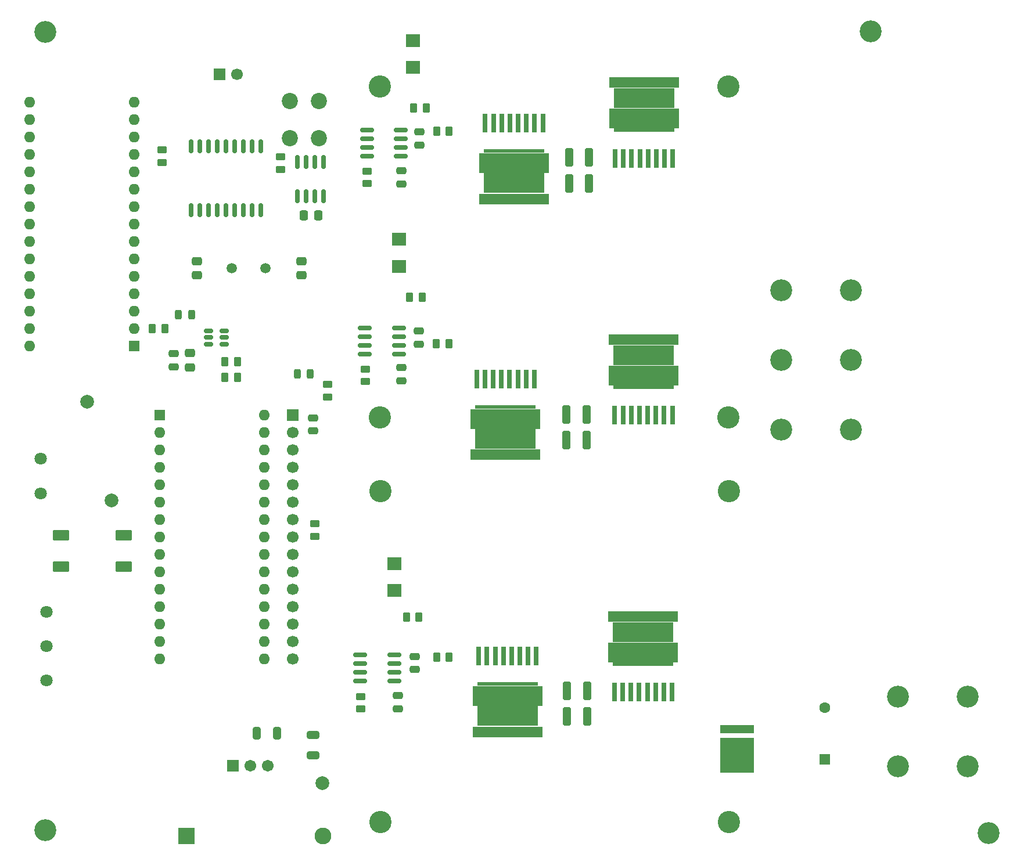
<source format=gts>
G04 #@! TF.GenerationSoftware,KiCad,Pcbnew,9.0.4*
G04 #@! TF.CreationDate,2025-10-24T08:47:37-07:00*
G04 #@! TF.ProjectId,Urban MC,55726261-6e20-44d4-932e-6b696361645f,rev?*
G04 #@! TF.SameCoordinates,Original*
G04 #@! TF.FileFunction,Soldermask,Top*
G04 #@! TF.FilePolarity,Negative*
%FSLAX46Y46*%
G04 Gerber Fmt 4.6, Leading zero omitted, Abs format (unit mm)*
G04 Created by KiCad (PCBNEW 9.0.4) date 2025-10-24 08:47:37*
%MOMM*%
%LPD*%
G01*
G04 APERTURE LIST*
G04 Aperture macros list*
%AMRoundRect*
0 Rectangle with rounded corners*
0 $1 Rounding radius*
0 $2 $3 $4 $5 $6 $7 $8 $9 X,Y pos of 4 corners*
0 Add a 4 corners polygon primitive as box body*
4,1,4,$2,$3,$4,$5,$6,$7,$8,$9,$2,$3,0*
0 Add four circle primitives for the rounded corners*
1,1,$1+$1,$2,$3*
1,1,$1+$1,$4,$5*
1,1,$1+$1,$6,$7*
1,1,$1+$1,$8,$9*
0 Add four rect primitives between the rounded corners*
20,1,$1+$1,$2,$3,$4,$5,0*
20,1,$1+$1,$4,$5,$6,$7,0*
20,1,$1+$1,$6,$7,$8,$9,0*
20,1,$1+$1,$8,$9,$2,$3,0*%
G04 Aperture macros list end*
%ADD10RoundRect,0.250000X0.475000X-0.250000X0.475000X0.250000X-0.475000X0.250000X-0.475000X-0.250000X0*%
%ADD11RoundRect,0.250000X-0.450000X0.262500X-0.450000X-0.262500X0.450000X-0.262500X0.450000X0.262500X0*%
%ADD12C,1.803400*%
%ADD13RoundRect,0.250000X-0.262500X-0.450000X0.262500X-0.450000X0.262500X0.450000X-0.262500X0.450000X0*%
%ADD14R,2.159000X1.955800*%
%ADD15C,1.500000*%
%ADD16C,3.204000*%
%ADD17RoundRect,0.250000X-0.325000X-1.100000X0.325000X-1.100000X0.325000X1.100000X-0.325000X1.100000X0*%
%ADD18RoundRect,0.250000X-0.337500X-0.475000X0.337500X-0.475000X0.337500X0.475000X-0.337500X0.475000X0*%
%ADD19C,3.200000*%
%ADD20R,1.600000X1.600000*%
%ADD21O,1.600000X1.600000*%
%ADD22R,1.700000X1.700000*%
%ADD23C,1.700000*%
%ADD24RoundRect,0.102000X0.700000X-0.700000X0.700000X0.700000X-0.700000X0.700000X-0.700000X-0.700000X0*%
%ADD25C,1.604000*%
%ADD26RoundRect,0.250000X-0.475000X0.250000X-0.475000X-0.250000X0.475000X-0.250000X0.475000X0.250000X0*%
%ADD27RoundRect,0.150000X-0.825000X-0.150000X0.825000X-0.150000X0.825000X0.150000X-0.825000X0.150000X0*%
%ADD28C,2.000000*%
%ADD29RoundRect,0.150000X0.150000X-0.875000X0.150000X0.875000X-0.150000X0.875000X-0.150000X-0.875000X0*%
%ADD30R,0.800000X2.800000*%
%ADD31R,8.900000X0.600000*%
%ADD32R,10.200000X2.900000*%
%ADD33R,8.900000X2.950000*%
%ADD34R,10.200000X1.650000*%
%ADD35C,3.250000*%
%ADD36RoundRect,0.102000X1.050000X0.700000X-1.050000X0.700000X-1.050000X-0.700000X1.050000X-0.700000X0*%
%ADD37RoundRect,0.243750X0.243750X0.456250X-0.243750X0.456250X-0.243750X-0.456250X0.243750X-0.456250X0*%
%ADD38RoundRect,0.150000X0.150000X-0.825000X0.150000X0.825000X-0.150000X0.825000X-0.150000X-0.825000X0*%
%ADD39RoundRect,0.250000X0.450000X-0.262500X0.450000X0.262500X-0.450000X0.262500X-0.450000X-0.262500X0*%
%ADD40R,4.930000X1.190000*%
%ADD41R,4.930000X5.040000*%
%ADD42RoundRect,0.250000X0.650000X-0.325000X0.650000X0.325000X-0.650000X0.325000X-0.650000X-0.325000X0*%
%ADD43RoundRect,0.250000X-0.475000X0.337500X-0.475000X-0.337500X0.475000X-0.337500X0.475000X0.337500X0*%
%ADD44RoundRect,0.150000X-0.512500X-0.150000X0.512500X-0.150000X0.512500X0.150000X-0.512500X0.150000X0*%
%ADD45RoundRect,0.250000X0.475000X-0.337500X0.475000X0.337500X-0.475000X0.337500X-0.475000X-0.337500X0*%
%ADD46C,2.454000*%
%ADD47RoundRect,0.102000X-1.125000X-1.125000X1.125000X-1.125000X1.125000X1.125000X-1.125000X1.125000X0*%
%ADD48RoundRect,0.250000X-0.325000X-0.650000X0.325000X-0.650000X0.325000X0.650000X-0.325000X0.650000X0*%
%ADD49RoundRect,0.243750X-0.243750X-0.456250X0.243750X-0.456250X0.243750X0.456250X-0.243750X0.456250X0*%
%ADD50C,2.362200*%
%ADD51RoundRect,0.102000X-0.754000X-0.754000X0.754000X-0.754000X0.754000X0.754000X-0.754000X0.754000X0*%
%ADD52C,1.712000*%
G04 APERTURE END LIST*
D10*
X148930000Y-55050000D03*
X148930000Y-53150000D03*
D11*
X143600000Y-82067500D03*
X143600000Y-83892500D03*
D12*
X97155000Y-127508000D03*
X97155000Y-122508000D03*
X97155000Y-117508000D03*
D13*
X154027500Y-124110000D03*
X155852500Y-124110000D03*
D11*
X131267200Y-51106700D03*
X131267200Y-52931700D03*
D14*
X147890000Y-114362700D03*
X147890000Y-110425700D03*
D15*
X124161086Y-67335400D03*
X129041086Y-67335400D03*
D16*
X221280000Y-139982500D03*
X231440000Y-139982500D03*
X221280000Y-129822500D03*
X231440000Y-129822500D03*
D10*
X148390000Y-131600000D03*
X148390000Y-129700000D03*
D17*
X173327800Y-51155600D03*
X176277800Y-51155600D03*
D18*
X134674700Y-59690000D03*
X136749700Y-59690000D03*
D17*
X172921400Y-88696800D03*
X175871400Y-88696800D03*
D19*
X97028000Y-149352000D03*
D20*
X109982000Y-78740000D03*
D21*
X109982000Y-76200000D03*
X109982000Y-73660000D03*
X109982000Y-71120000D03*
X109982000Y-68580000D03*
X109982000Y-66040000D03*
X109982000Y-63500000D03*
X109982000Y-60960000D03*
X109982000Y-58420000D03*
X109982000Y-55880000D03*
X109982000Y-53340000D03*
X109982000Y-50800000D03*
X109982000Y-48260000D03*
X109982000Y-45720000D03*
X109982000Y-43180000D03*
X94742000Y-43180000D03*
X94742000Y-45720000D03*
X94742000Y-48260000D03*
X94742000Y-50800000D03*
X94742000Y-53340000D03*
X94742000Y-55880000D03*
X94742000Y-58420000D03*
X94742000Y-60960000D03*
X94742000Y-63500000D03*
X94742000Y-66040000D03*
X94742000Y-68580000D03*
X94742000Y-71120000D03*
X94742000Y-73660000D03*
X94742000Y-76200000D03*
X94742000Y-78740000D03*
D13*
X154007500Y-78320000D03*
X155832500Y-78320000D03*
D17*
X172972200Y-92456000D03*
X175922200Y-92456000D03*
D22*
X122372200Y-39081400D03*
D23*
X124912200Y-39081400D03*
D24*
X210616800Y-138988800D03*
D25*
X210616800Y-131488800D03*
D26*
X136017000Y-89159000D03*
X136017000Y-91059000D03*
D19*
X217284191Y-32790338D03*
D10*
X151490000Y-49370000D03*
X151490000Y-47470000D03*
D19*
X97028000Y-32893000D03*
D27*
X143585000Y-76090000D03*
X143585000Y-77360000D03*
X143585000Y-78630000D03*
X143585000Y-79900000D03*
X148535000Y-79900000D03*
X148535000Y-78630000D03*
X148535000Y-77360000D03*
X148535000Y-76090000D03*
D28*
X103073200Y-86817200D03*
D29*
X118211600Y-58904400D03*
X119481600Y-58904400D03*
X120751600Y-58904400D03*
X122021600Y-58904400D03*
X123291600Y-58904400D03*
X124561600Y-58904400D03*
X125831600Y-58904400D03*
X127101600Y-58904400D03*
X128371600Y-58904400D03*
X128371600Y-49604400D03*
X127101600Y-49604400D03*
X125831600Y-49604400D03*
X124561600Y-49604400D03*
X123291600Y-49604400D03*
X122021600Y-49604400D03*
X120751600Y-49604400D03*
X119481600Y-49604400D03*
X118211600Y-49604400D03*
D30*
X180000800Y-88814400D03*
X181200800Y-88814400D03*
X182400800Y-88814400D03*
X183600800Y-88814400D03*
X184800800Y-88814400D03*
X186000800Y-88814400D03*
X187200800Y-88814400D03*
X188400800Y-88814400D03*
D31*
X184200800Y-84734400D03*
D32*
X184200800Y-82985400D03*
D33*
X184200800Y-80060400D03*
D34*
X184200800Y-77760400D03*
D35*
X145810000Y-99850000D03*
X145810000Y-148110000D03*
X196610000Y-99850000D03*
X196610000Y-148110000D03*
D17*
X173327800Y-54965600D03*
X176277800Y-54965600D03*
D27*
X142895000Y-123760000D03*
X142895000Y-125030000D03*
X142895000Y-126300000D03*
X142895000Y-127570000D03*
X147845000Y-127570000D03*
X147845000Y-126300000D03*
X147845000Y-125030000D03*
X147845000Y-123760000D03*
D16*
X204304791Y-90905538D03*
X214464791Y-90905538D03*
X204304791Y-80745538D03*
X214464791Y-80745538D03*
X204304791Y-70585538D03*
X214464791Y-70585538D03*
D13*
X149627500Y-118280000D03*
X151452500Y-118280000D03*
D28*
X106629200Y-101244400D03*
D13*
X123166500Y-83312000D03*
X124991500Y-83312000D03*
D36*
X108410600Y-110835000D03*
X99310600Y-110835000D03*
X108410600Y-106335000D03*
X99310600Y-106335000D03*
D35*
X145800000Y-40890000D03*
X145800000Y-89150000D03*
X196600000Y-40890000D03*
X196600000Y-89150000D03*
D30*
X168275761Y-83501468D03*
X167075761Y-83501468D03*
X165875761Y-83501468D03*
X164675761Y-83501468D03*
X163475761Y-83501468D03*
X162275761Y-83501468D03*
X161075761Y-83501468D03*
X159875761Y-83501468D03*
D31*
X164075761Y-87581468D03*
D32*
X164075761Y-89330468D03*
D33*
X164075761Y-92255468D03*
D34*
X164075761Y-94555468D03*
D14*
X150610000Y-38098500D03*
X150610000Y-34161500D03*
D22*
X133096000Y-88798400D03*
D23*
X133096000Y-91338400D03*
X133096000Y-93878400D03*
X133096000Y-96418400D03*
X133096000Y-98958400D03*
X133096000Y-101498400D03*
X133096000Y-104038400D03*
X133096000Y-106578400D03*
X133096000Y-109118400D03*
X133096000Y-111658400D03*
X133096000Y-114198400D03*
X133096000Y-116738400D03*
X133096000Y-119278400D03*
X133096000Y-121818400D03*
X133096000Y-124358400D03*
D17*
X173023000Y-132740400D03*
X175973000Y-132740400D03*
D37*
X118285500Y-74168000D03*
X116410500Y-74168000D03*
D11*
X143880000Y-53177500D03*
X143880000Y-55002500D03*
D10*
X150850000Y-125890000D03*
X150850000Y-123990000D03*
D38*
X133705600Y-56831000D03*
X134975600Y-56831000D03*
X136245600Y-56831000D03*
X137515600Y-56831000D03*
X137515600Y-51881000D03*
X136245600Y-51881000D03*
X134975600Y-51881000D03*
X133705600Y-51881000D03*
D39*
X136271000Y-106449500D03*
X136271000Y-104624500D03*
D17*
X173023000Y-128981200D03*
X175973000Y-128981200D03*
D10*
X151390000Y-78410000D03*
X151390000Y-76510000D03*
D40*
X197866000Y-134569200D03*
D41*
X197866000Y-138384200D03*
D10*
X115722400Y-81722000D03*
X115722400Y-79822000D03*
D42*
X135990000Y-138355000D03*
X135990000Y-135405000D03*
D13*
X150697500Y-44010000D03*
X152522500Y-44010000D03*
X150097500Y-71600000D03*
X151922500Y-71600000D03*
X154047500Y-47350000D03*
X155872500Y-47350000D03*
D30*
X168575991Y-123909538D03*
X167375991Y-123909538D03*
X166175991Y-123909538D03*
X164975991Y-123909538D03*
X163775991Y-123909538D03*
X162575991Y-123909538D03*
X161375991Y-123909538D03*
X160175991Y-123909538D03*
D31*
X164375991Y-127989538D03*
D32*
X164375991Y-129738538D03*
D33*
X164375991Y-132663538D03*
D34*
X164375991Y-134963538D03*
D19*
X234517078Y-149753438D03*
D11*
X142980000Y-129827500D03*
X142980000Y-131652500D03*
D43*
X134321086Y-66297900D03*
X134321086Y-68372900D03*
D10*
X148910000Y-83750000D03*
X148910000Y-81850000D03*
D28*
X137363200Y-142443200D03*
D30*
X169515791Y-46185538D03*
X168315791Y-46185538D03*
X167115791Y-46185538D03*
X165915791Y-46185538D03*
X164715791Y-46185538D03*
X163515791Y-46185538D03*
X162315791Y-46185538D03*
X161115791Y-46185538D03*
D31*
X165315791Y-50265538D03*
D32*
X165315791Y-52014538D03*
D33*
X165315791Y-54939538D03*
D34*
X165315791Y-57239538D03*
D39*
X138125200Y-86153000D03*
X138125200Y-84328000D03*
D14*
X148560000Y-67098500D03*
X148560000Y-63161500D03*
D27*
X143875000Y-47240000D03*
X143875000Y-48510000D03*
X143875000Y-49780000D03*
X143875000Y-51050000D03*
X148825000Y-51050000D03*
X148825000Y-49780000D03*
X148825000Y-48510000D03*
X148825000Y-47240000D03*
D13*
X112574700Y-76149200D03*
X114399700Y-76149200D03*
D44*
X120782500Y-76520000D03*
X120782500Y-77470000D03*
X120782500Y-78420000D03*
X123057500Y-78420000D03*
X123057500Y-77470000D03*
X123057500Y-76520000D03*
D11*
X113995200Y-50090700D03*
X113995200Y-51915700D03*
D45*
X118110000Y-81809500D03*
X118110000Y-79734500D03*
D12*
X96320501Y-95084900D03*
X96320501Y-100164900D03*
D30*
X179950000Y-129200800D03*
X181150000Y-129200800D03*
X182350000Y-129200800D03*
X183550000Y-129200800D03*
X184750000Y-129200800D03*
X185950000Y-129200800D03*
X187150000Y-129200800D03*
X188350000Y-129200800D03*
D31*
X184150000Y-125120800D03*
D32*
X184150000Y-123371800D03*
D33*
X184150000Y-120446800D03*
D34*
X184150000Y-118146800D03*
D46*
X137450000Y-150160000D03*
D47*
X117550000Y-150160000D03*
D48*
X127805000Y-135180000D03*
X130755000Y-135180000D03*
D49*
X133756400Y-82753200D03*
X135631400Y-82753200D03*
D30*
X180051600Y-51324000D03*
X181251600Y-51324000D03*
X182451600Y-51324000D03*
X183651600Y-51324000D03*
X184851600Y-51324000D03*
X186051600Y-51324000D03*
X187251600Y-51324000D03*
X188451600Y-51324000D03*
D31*
X184251600Y-47244000D03*
D32*
X184251600Y-45495000D03*
D33*
X184251600Y-42570000D03*
D34*
X184251600Y-40270000D03*
D13*
X123166500Y-81026000D03*
X124991500Y-81026000D03*
D50*
X132672400Y-42929451D03*
X136872398Y-42929451D03*
X132672400Y-48429450D03*
X136872398Y-48429450D03*
D43*
X119118086Y-66297900D03*
X119118086Y-68372900D03*
D20*
X113665000Y-88773000D03*
D21*
X113665000Y-91313000D03*
X113665000Y-93853000D03*
X113665000Y-96393000D03*
X113665000Y-98933000D03*
X113665000Y-101473000D03*
X113665000Y-104013000D03*
X113665000Y-106553000D03*
X113665000Y-109093000D03*
X113665000Y-111633000D03*
X113665000Y-114173000D03*
X113665000Y-116713000D03*
X113665000Y-119253000D03*
X113665000Y-121793000D03*
X113665000Y-124333000D03*
X128905000Y-124333000D03*
X128905000Y-121793000D03*
X128905000Y-119253000D03*
X128905000Y-116713000D03*
X128905000Y-114173000D03*
X128905000Y-111633000D03*
X128905000Y-109093000D03*
X128905000Y-106553000D03*
X128905000Y-104013000D03*
X128905000Y-101473000D03*
X128905000Y-98933000D03*
X128905000Y-96393000D03*
X128905000Y-93853000D03*
X128905000Y-91313000D03*
X128905000Y-88773000D03*
D51*
X124362400Y-139939200D03*
D52*
X126902400Y-139939200D03*
X129442400Y-139939200D03*
M02*

</source>
